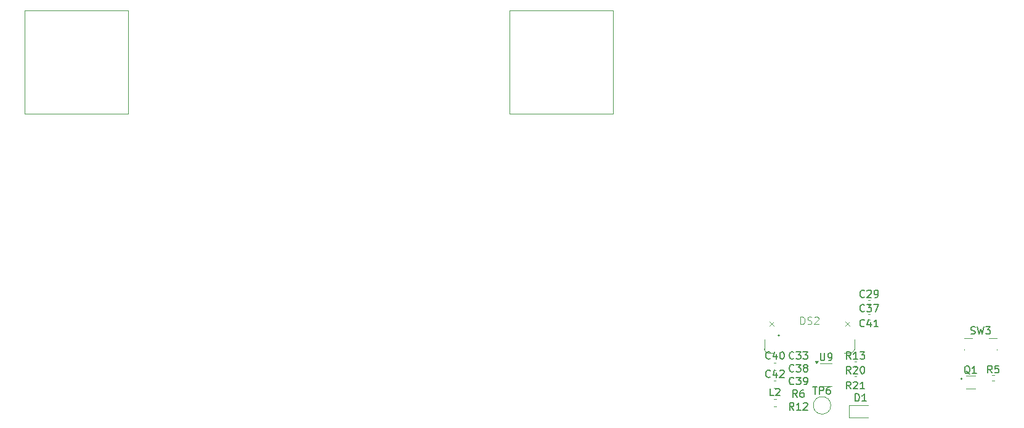
<source format=gbr>
%TF.GenerationSoftware,KiCad,Pcbnew,9.0.3*%
%TF.CreationDate,2025-07-16T09:35:22-04:00*%
%TF.ProjectId,board,626f6172-642e-46b6-9963-61645f706362,rev?*%
%TF.SameCoordinates,Original*%
%TF.FileFunction,Legend,Top*%
%TF.FilePolarity,Positive*%
%FSLAX46Y46*%
G04 Gerber Fmt 4.6, Leading zero omitted, Abs format (unit mm)*
G04 Created by KiCad (PCBNEW 9.0.3) date 2025-07-16 09:35:22*
%MOMM*%
%LPD*%
G01*
G04 APERTURE LIST*
%ADD10C,0.150000*%
%ADD11C,0.100000*%
%ADD12C,0.120000*%
%ADD13C,0.191421*%
G04 APERTURE END LIST*
D10*
X155523333Y-72484819D02*
X155190000Y-72008628D01*
X154951905Y-72484819D02*
X154951905Y-71484819D01*
X154951905Y-71484819D02*
X155332857Y-71484819D01*
X155332857Y-71484819D02*
X155428095Y-71532438D01*
X155428095Y-71532438D02*
X155475714Y-71580057D01*
X155475714Y-71580057D02*
X155523333Y-71675295D01*
X155523333Y-71675295D02*
X155523333Y-71818152D01*
X155523333Y-71818152D02*
X155475714Y-71913390D01*
X155475714Y-71913390D02*
X155428095Y-71961009D01*
X155428095Y-71961009D02*
X155332857Y-72008628D01*
X155332857Y-72008628D02*
X154951905Y-72008628D01*
X156428095Y-71484819D02*
X155951905Y-71484819D01*
X155951905Y-71484819D02*
X155904286Y-71961009D01*
X155904286Y-71961009D02*
X155951905Y-71913390D01*
X155951905Y-71913390D02*
X156047143Y-71865771D01*
X156047143Y-71865771D02*
X156285238Y-71865771D01*
X156285238Y-71865771D02*
X156380476Y-71913390D01*
X156380476Y-71913390D02*
X156428095Y-71961009D01*
X156428095Y-71961009D02*
X156475714Y-72056247D01*
X156475714Y-72056247D02*
X156475714Y-72294342D01*
X156475714Y-72294342D02*
X156428095Y-72389580D01*
X156428095Y-72389580D02*
X156380476Y-72437200D01*
X156380476Y-72437200D02*
X156285238Y-72484819D01*
X156285238Y-72484819D02*
X156047143Y-72484819D01*
X156047143Y-72484819D02*
X155951905Y-72437200D01*
X155951905Y-72437200D02*
X155904286Y-72389580D01*
X137962142Y-61989580D02*
X137914523Y-62037200D01*
X137914523Y-62037200D02*
X137771666Y-62084819D01*
X137771666Y-62084819D02*
X137676428Y-62084819D01*
X137676428Y-62084819D02*
X137533571Y-62037200D01*
X137533571Y-62037200D02*
X137438333Y-61941961D01*
X137438333Y-61941961D02*
X137390714Y-61846723D01*
X137390714Y-61846723D02*
X137343095Y-61656247D01*
X137343095Y-61656247D02*
X137343095Y-61513390D01*
X137343095Y-61513390D02*
X137390714Y-61322914D01*
X137390714Y-61322914D02*
X137438333Y-61227676D01*
X137438333Y-61227676D02*
X137533571Y-61132438D01*
X137533571Y-61132438D02*
X137676428Y-61084819D01*
X137676428Y-61084819D02*
X137771666Y-61084819D01*
X137771666Y-61084819D02*
X137914523Y-61132438D01*
X137914523Y-61132438D02*
X137962142Y-61180057D01*
X138343095Y-61180057D02*
X138390714Y-61132438D01*
X138390714Y-61132438D02*
X138485952Y-61084819D01*
X138485952Y-61084819D02*
X138724047Y-61084819D01*
X138724047Y-61084819D02*
X138819285Y-61132438D01*
X138819285Y-61132438D02*
X138866904Y-61180057D01*
X138866904Y-61180057D02*
X138914523Y-61275295D01*
X138914523Y-61275295D02*
X138914523Y-61370533D01*
X138914523Y-61370533D02*
X138866904Y-61513390D01*
X138866904Y-61513390D02*
X138295476Y-62084819D01*
X138295476Y-62084819D02*
X138914523Y-62084819D01*
X139390714Y-62084819D02*
X139581190Y-62084819D01*
X139581190Y-62084819D02*
X139676428Y-62037200D01*
X139676428Y-62037200D02*
X139724047Y-61989580D01*
X139724047Y-61989580D02*
X139819285Y-61846723D01*
X139819285Y-61846723D02*
X139866904Y-61656247D01*
X139866904Y-61656247D02*
X139866904Y-61275295D01*
X139866904Y-61275295D02*
X139819285Y-61180057D01*
X139819285Y-61180057D02*
X139771666Y-61132438D01*
X139771666Y-61132438D02*
X139676428Y-61084819D01*
X139676428Y-61084819D02*
X139485952Y-61084819D01*
X139485952Y-61084819D02*
X139390714Y-61132438D01*
X139390714Y-61132438D02*
X139343095Y-61180057D01*
X139343095Y-61180057D02*
X139295476Y-61275295D01*
X139295476Y-61275295D02*
X139295476Y-61513390D01*
X139295476Y-61513390D02*
X139343095Y-61608628D01*
X139343095Y-61608628D02*
X139390714Y-61656247D01*
X139390714Y-61656247D02*
X139485952Y-61703866D01*
X139485952Y-61703866D02*
X139676428Y-61703866D01*
X139676428Y-61703866D02*
X139771666Y-61656247D01*
X139771666Y-61656247D02*
X139819285Y-61608628D01*
X139819285Y-61608628D02*
X139866904Y-61513390D01*
X136092142Y-72574819D02*
X135758809Y-72098628D01*
X135520714Y-72574819D02*
X135520714Y-71574819D01*
X135520714Y-71574819D02*
X135901666Y-71574819D01*
X135901666Y-71574819D02*
X135996904Y-71622438D01*
X135996904Y-71622438D02*
X136044523Y-71670057D01*
X136044523Y-71670057D02*
X136092142Y-71765295D01*
X136092142Y-71765295D02*
X136092142Y-71908152D01*
X136092142Y-71908152D02*
X136044523Y-72003390D01*
X136044523Y-72003390D02*
X135996904Y-72051009D01*
X135996904Y-72051009D02*
X135901666Y-72098628D01*
X135901666Y-72098628D02*
X135520714Y-72098628D01*
X136473095Y-71670057D02*
X136520714Y-71622438D01*
X136520714Y-71622438D02*
X136615952Y-71574819D01*
X136615952Y-71574819D02*
X136854047Y-71574819D01*
X136854047Y-71574819D02*
X136949285Y-71622438D01*
X136949285Y-71622438D02*
X136996904Y-71670057D01*
X136996904Y-71670057D02*
X137044523Y-71765295D01*
X137044523Y-71765295D02*
X137044523Y-71860533D01*
X137044523Y-71860533D02*
X136996904Y-72003390D01*
X136996904Y-72003390D02*
X136425476Y-72574819D01*
X136425476Y-72574819D02*
X137044523Y-72574819D01*
X137663571Y-71574819D02*
X137758809Y-71574819D01*
X137758809Y-71574819D02*
X137854047Y-71622438D01*
X137854047Y-71622438D02*
X137901666Y-71670057D01*
X137901666Y-71670057D02*
X137949285Y-71765295D01*
X137949285Y-71765295D02*
X137996904Y-71955771D01*
X137996904Y-71955771D02*
X137996904Y-72193866D01*
X137996904Y-72193866D02*
X137949285Y-72384342D01*
X137949285Y-72384342D02*
X137901666Y-72479580D01*
X137901666Y-72479580D02*
X137854047Y-72527200D01*
X137854047Y-72527200D02*
X137758809Y-72574819D01*
X137758809Y-72574819D02*
X137663571Y-72574819D01*
X137663571Y-72574819D02*
X137568333Y-72527200D01*
X137568333Y-72527200D02*
X137520714Y-72479580D01*
X137520714Y-72479580D02*
X137473095Y-72384342D01*
X137473095Y-72384342D02*
X137425476Y-72193866D01*
X137425476Y-72193866D02*
X137425476Y-71955771D01*
X137425476Y-71955771D02*
X137473095Y-71765295D01*
X137473095Y-71765295D02*
X137520714Y-71670057D01*
X137520714Y-71670057D02*
X137568333Y-71622438D01*
X137568333Y-71622438D02*
X137663571Y-71574819D01*
X152469761Y-72630057D02*
X152374523Y-72582438D01*
X152374523Y-72582438D02*
X152279285Y-72487200D01*
X152279285Y-72487200D02*
X152136428Y-72344342D01*
X152136428Y-72344342D02*
X152041190Y-72296723D01*
X152041190Y-72296723D02*
X151945952Y-72296723D01*
X151993571Y-72534819D02*
X151898333Y-72487200D01*
X151898333Y-72487200D02*
X151803095Y-72391961D01*
X151803095Y-72391961D02*
X151755476Y-72201485D01*
X151755476Y-72201485D02*
X151755476Y-71868152D01*
X151755476Y-71868152D02*
X151803095Y-71677676D01*
X151803095Y-71677676D02*
X151898333Y-71582438D01*
X151898333Y-71582438D02*
X151993571Y-71534819D01*
X151993571Y-71534819D02*
X152184047Y-71534819D01*
X152184047Y-71534819D02*
X152279285Y-71582438D01*
X152279285Y-71582438D02*
X152374523Y-71677676D01*
X152374523Y-71677676D02*
X152422142Y-71868152D01*
X152422142Y-71868152D02*
X152422142Y-72201485D01*
X152422142Y-72201485D02*
X152374523Y-72391961D01*
X152374523Y-72391961D02*
X152279285Y-72487200D01*
X152279285Y-72487200D02*
X152184047Y-72534819D01*
X152184047Y-72534819D02*
X151993571Y-72534819D01*
X153374523Y-72534819D02*
X152803095Y-72534819D01*
X153088809Y-72534819D02*
X153088809Y-71534819D01*
X153088809Y-71534819D02*
X152993571Y-71677676D01*
X152993571Y-71677676D02*
X152898333Y-71772914D01*
X152898333Y-71772914D02*
X152803095Y-71820533D01*
X128262142Y-73989580D02*
X128214523Y-74037200D01*
X128214523Y-74037200D02*
X128071666Y-74084819D01*
X128071666Y-74084819D02*
X127976428Y-74084819D01*
X127976428Y-74084819D02*
X127833571Y-74037200D01*
X127833571Y-74037200D02*
X127738333Y-73941961D01*
X127738333Y-73941961D02*
X127690714Y-73846723D01*
X127690714Y-73846723D02*
X127643095Y-73656247D01*
X127643095Y-73656247D02*
X127643095Y-73513390D01*
X127643095Y-73513390D02*
X127690714Y-73322914D01*
X127690714Y-73322914D02*
X127738333Y-73227676D01*
X127738333Y-73227676D02*
X127833571Y-73132438D01*
X127833571Y-73132438D02*
X127976428Y-73084819D01*
X127976428Y-73084819D02*
X128071666Y-73084819D01*
X128071666Y-73084819D02*
X128214523Y-73132438D01*
X128214523Y-73132438D02*
X128262142Y-73180057D01*
X128595476Y-73084819D02*
X129214523Y-73084819D01*
X129214523Y-73084819D02*
X128881190Y-73465771D01*
X128881190Y-73465771D02*
X129024047Y-73465771D01*
X129024047Y-73465771D02*
X129119285Y-73513390D01*
X129119285Y-73513390D02*
X129166904Y-73561009D01*
X129166904Y-73561009D02*
X129214523Y-73656247D01*
X129214523Y-73656247D02*
X129214523Y-73894342D01*
X129214523Y-73894342D02*
X129166904Y-73989580D01*
X129166904Y-73989580D02*
X129119285Y-74037200D01*
X129119285Y-74037200D02*
X129024047Y-74084819D01*
X129024047Y-74084819D02*
X128738333Y-74084819D01*
X128738333Y-74084819D02*
X128643095Y-74037200D01*
X128643095Y-74037200D02*
X128595476Y-73989580D01*
X129690714Y-74084819D02*
X129881190Y-74084819D01*
X129881190Y-74084819D02*
X129976428Y-74037200D01*
X129976428Y-74037200D02*
X130024047Y-73989580D01*
X130024047Y-73989580D02*
X130119285Y-73846723D01*
X130119285Y-73846723D02*
X130166904Y-73656247D01*
X130166904Y-73656247D02*
X130166904Y-73275295D01*
X130166904Y-73275295D02*
X130119285Y-73180057D01*
X130119285Y-73180057D02*
X130071666Y-73132438D01*
X130071666Y-73132438D02*
X129976428Y-73084819D01*
X129976428Y-73084819D02*
X129785952Y-73084819D01*
X129785952Y-73084819D02*
X129690714Y-73132438D01*
X129690714Y-73132438D02*
X129643095Y-73180057D01*
X129643095Y-73180057D02*
X129595476Y-73275295D01*
X129595476Y-73275295D02*
X129595476Y-73513390D01*
X129595476Y-73513390D02*
X129643095Y-73608628D01*
X129643095Y-73608628D02*
X129690714Y-73656247D01*
X129690714Y-73656247D02*
X129785952Y-73703866D01*
X129785952Y-73703866D02*
X129976428Y-73703866D01*
X129976428Y-73703866D02*
X130071666Y-73656247D01*
X130071666Y-73656247D02*
X130119285Y-73608628D01*
X130119285Y-73608628D02*
X130166904Y-73513390D01*
X136092142Y-70584819D02*
X135758809Y-70108628D01*
X135520714Y-70584819D02*
X135520714Y-69584819D01*
X135520714Y-69584819D02*
X135901666Y-69584819D01*
X135901666Y-69584819D02*
X135996904Y-69632438D01*
X135996904Y-69632438D02*
X136044523Y-69680057D01*
X136044523Y-69680057D02*
X136092142Y-69775295D01*
X136092142Y-69775295D02*
X136092142Y-69918152D01*
X136092142Y-69918152D02*
X136044523Y-70013390D01*
X136044523Y-70013390D02*
X135996904Y-70061009D01*
X135996904Y-70061009D02*
X135901666Y-70108628D01*
X135901666Y-70108628D02*
X135520714Y-70108628D01*
X137044523Y-70584819D02*
X136473095Y-70584819D01*
X136758809Y-70584819D02*
X136758809Y-69584819D01*
X136758809Y-69584819D02*
X136663571Y-69727676D01*
X136663571Y-69727676D02*
X136568333Y-69822914D01*
X136568333Y-69822914D02*
X136473095Y-69870533D01*
X137377857Y-69584819D02*
X137996904Y-69584819D01*
X137996904Y-69584819D02*
X137663571Y-69965771D01*
X137663571Y-69965771D02*
X137806428Y-69965771D01*
X137806428Y-69965771D02*
X137901666Y-70013390D01*
X137901666Y-70013390D02*
X137949285Y-70061009D01*
X137949285Y-70061009D02*
X137996904Y-70156247D01*
X137996904Y-70156247D02*
X137996904Y-70394342D01*
X137996904Y-70394342D02*
X137949285Y-70489580D01*
X137949285Y-70489580D02*
X137901666Y-70537200D01*
X137901666Y-70537200D02*
X137806428Y-70584819D01*
X137806428Y-70584819D02*
X137520714Y-70584819D01*
X137520714Y-70584819D02*
X137425476Y-70537200D01*
X137425476Y-70537200D02*
X137377857Y-70489580D01*
X125508333Y-75604819D02*
X125032143Y-75604819D01*
X125032143Y-75604819D02*
X125032143Y-74604819D01*
X125794048Y-74700057D02*
X125841667Y-74652438D01*
X125841667Y-74652438D02*
X125936905Y-74604819D01*
X125936905Y-74604819D02*
X126175000Y-74604819D01*
X126175000Y-74604819D02*
X126270238Y-74652438D01*
X126270238Y-74652438D02*
X126317857Y-74700057D01*
X126317857Y-74700057D02*
X126365476Y-74795295D01*
X126365476Y-74795295D02*
X126365476Y-74890533D01*
X126365476Y-74890533D02*
X126317857Y-75033390D01*
X126317857Y-75033390D02*
X125746429Y-75604819D01*
X125746429Y-75604819D02*
X126365476Y-75604819D01*
X125032142Y-72999580D02*
X124984523Y-73047200D01*
X124984523Y-73047200D02*
X124841666Y-73094819D01*
X124841666Y-73094819D02*
X124746428Y-73094819D01*
X124746428Y-73094819D02*
X124603571Y-73047200D01*
X124603571Y-73047200D02*
X124508333Y-72951961D01*
X124508333Y-72951961D02*
X124460714Y-72856723D01*
X124460714Y-72856723D02*
X124413095Y-72666247D01*
X124413095Y-72666247D02*
X124413095Y-72523390D01*
X124413095Y-72523390D02*
X124460714Y-72332914D01*
X124460714Y-72332914D02*
X124508333Y-72237676D01*
X124508333Y-72237676D02*
X124603571Y-72142438D01*
X124603571Y-72142438D02*
X124746428Y-72094819D01*
X124746428Y-72094819D02*
X124841666Y-72094819D01*
X124841666Y-72094819D02*
X124984523Y-72142438D01*
X124984523Y-72142438D02*
X125032142Y-72190057D01*
X125889285Y-72428152D02*
X125889285Y-73094819D01*
X125651190Y-72047200D02*
X125413095Y-72761485D01*
X125413095Y-72761485D02*
X126032142Y-72761485D01*
X126365476Y-72190057D02*
X126413095Y-72142438D01*
X126413095Y-72142438D02*
X126508333Y-72094819D01*
X126508333Y-72094819D02*
X126746428Y-72094819D01*
X126746428Y-72094819D02*
X126841666Y-72142438D01*
X126841666Y-72142438D02*
X126889285Y-72190057D01*
X126889285Y-72190057D02*
X126936904Y-72285295D01*
X126936904Y-72285295D02*
X126936904Y-72380533D01*
X126936904Y-72380533D02*
X126889285Y-72523390D01*
X126889285Y-72523390D02*
X126317857Y-73094819D01*
X126317857Y-73094819D02*
X126936904Y-73094819D01*
X136092142Y-74684819D02*
X135758809Y-74208628D01*
X135520714Y-74684819D02*
X135520714Y-73684819D01*
X135520714Y-73684819D02*
X135901666Y-73684819D01*
X135901666Y-73684819D02*
X135996904Y-73732438D01*
X135996904Y-73732438D02*
X136044523Y-73780057D01*
X136044523Y-73780057D02*
X136092142Y-73875295D01*
X136092142Y-73875295D02*
X136092142Y-74018152D01*
X136092142Y-74018152D02*
X136044523Y-74113390D01*
X136044523Y-74113390D02*
X135996904Y-74161009D01*
X135996904Y-74161009D02*
X135901666Y-74208628D01*
X135901666Y-74208628D02*
X135520714Y-74208628D01*
X136473095Y-73780057D02*
X136520714Y-73732438D01*
X136520714Y-73732438D02*
X136615952Y-73684819D01*
X136615952Y-73684819D02*
X136854047Y-73684819D01*
X136854047Y-73684819D02*
X136949285Y-73732438D01*
X136949285Y-73732438D02*
X136996904Y-73780057D01*
X136996904Y-73780057D02*
X137044523Y-73875295D01*
X137044523Y-73875295D02*
X137044523Y-73970533D01*
X137044523Y-73970533D02*
X136996904Y-74113390D01*
X136996904Y-74113390D02*
X136425476Y-74684819D01*
X136425476Y-74684819D02*
X137044523Y-74684819D01*
X137996904Y-74684819D02*
X137425476Y-74684819D01*
X137711190Y-74684819D02*
X137711190Y-73684819D01*
X137711190Y-73684819D02*
X137615952Y-73827676D01*
X137615952Y-73827676D02*
X137520714Y-73922914D01*
X137520714Y-73922914D02*
X137425476Y-73970533D01*
X137962142Y-63959580D02*
X137914523Y-64007200D01*
X137914523Y-64007200D02*
X137771666Y-64054819D01*
X137771666Y-64054819D02*
X137676428Y-64054819D01*
X137676428Y-64054819D02*
X137533571Y-64007200D01*
X137533571Y-64007200D02*
X137438333Y-63911961D01*
X137438333Y-63911961D02*
X137390714Y-63816723D01*
X137390714Y-63816723D02*
X137343095Y-63626247D01*
X137343095Y-63626247D02*
X137343095Y-63483390D01*
X137343095Y-63483390D02*
X137390714Y-63292914D01*
X137390714Y-63292914D02*
X137438333Y-63197676D01*
X137438333Y-63197676D02*
X137533571Y-63102438D01*
X137533571Y-63102438D02*
X137676428Y-63054819D01*
X137676428Y-63054819D02*
X137771666Y-63054819D01*
X137771666Y-63054819D02*
X137914523Y-63102438D01*
X137914523Y-63102438D02*
X137962142Y-63150057D01*
X138295476Y-63054819D02*
X138914523Y-63054819D01*
X138914523Y-63054819D02*
X138581190Y-63435771D01*
X138581190Y-63435771D02*
X138724047Y-63435771D01*
X138724047Y-63435771D02*
X138819285Y-63483390D01*
X138819285Y-63483390D02*
X138866904Y-63531009D01*
X138866904Y-63531009D02*
X138914523Y-63626247D01*
X138914523Y-63626247D02*
X138914523Y-63864342D01*
X138914523Y-63864342D02*
X138866904Y-63959580D01*
X138866904Y-63959580D02*
X138819285Y-64007200D01*
X138819285Y-64007200D02*
X138724047Y-64054819D01*
X138724047Y-64054819D02*
X138438333Y-64054819D01*
X138438333Y-64054819D02*
X138343095Y-64007200D01*
X138343095Y-64007200D02*
X138295476Y-63959580D01*
X139247857Y-63054819D02*
X139914523Y-63054819D01*
X139914523Y-63054819D02*
X139485952Y-64054819D01*
X152606667Y-67087200D02*
X152749524Y-67134819D01*
X152749524Y-67134819D02*
X152987619Y-67134819D01*
X152987619Y-67134819D02*
X153082857Y-67087200D01*
X153082857Y-67087200D02*
X153130476Y-67039580D01*
X153130476Y-67039580D02*
X153178095Y-66944342D01*
X153178095Y-66944342D02*
X153178095Y-66849104D01*
X153178095Y-66849104D02*
X153130476Y-66753866D01*
X153130476Y-66753866D02*
X153082857Y-66706247D01*
X153082857Y-66706247D02*
X152987619Y-66658628D01*
X152987619Y-66658628D02*
X152797143Y-66611009D01*
X152797143Y-66611009D02*
X152701905Y-66563390D01*
X152701905Y-66563390D02*
X152654286Y-66515771D01*
X152654286Y-66515771D02*
X152606667Y-66420533D01*
X152606667Y-66420533D02*
X152606667Y-66325295D01*
X152606667Y-66325295D02*
X152654286Y-66230057D01*
X152654286Y-66230057D02*
X152701905Y-66182438D01*
X152701905Y-66182438D02*
X152797143Y-66134819D01*
X152797143Y-66134819D02*
X153035238Y-66134819D01*
X153035238Y-66134819D02*
X153178095Y-66182438D01*
X153511429Y-66134819D02*
X153749524Y-67134819D01*
X153749524Y-67134819D02*
X153940000Y-66420533D01*
X153940000Y-66420533D02*
X154130476Y-67134819D01*
X154130476Y-67134819D02*
X154368572Y-66134819D01*
X154654286Y-66134819D02*
X155273333Y-66134819D01*
X155273333Y-66134819D02*
X154940000Y-66515771D01*
X154940000Y-66515771D02*
X155082857Y-66515771D01*
X155082857Y-66515771D02*
X155178095Y-66563390D01*
X155178095Y-66563390D02*
X155225714Y-66611009D01*
X155225714Y-66611009D02*
X155273333Y-66706247D01*
X155273333Y-66706247D02*
X155273333Y-66944342D01*
X155273333Y-66944342D02*
X155225714Y-67039580D01*
X155225714Y-67039580D02*
X155178095Y-67087200D01*
X155178095Y-67087200D02*
X155082857Y-67134819D01*
X155082857Y-67134819D02*
X154797143Y-67134819D01*
X154797143Y-67134819D02*
X154701905Y-67087200D01*
X154701905Y-67087200D02*
X154654286Y-67039580D01*
X128262142Y-72239580D02*
X128214523Y-72287200D01*
X128214523Y-72287200D02*
X128071666Y-72334819D01*
X128071666Y-72334819D02*
X127976428Y-72334819D01*
X127976428Y-72334819D02*
X127833571Y-72287200D01*
X127833571Y-72287200D02*
X127738333Y-72191961D01*
X127738333Y-72191961D02*
X127690714Y-72096723D01*
X127690714Y-72096723D02*
X127643095Y-71906247D01*
X127643095Y-71906247D02*
X127643095Y-71763390D01*
X127643095Y-71763390D02*
X127690714Y-71572914D01*
X127690714Y-71572914D02*
X127738333Y-71477676D01*
X127738333Y-71477676D02*
X127833571Y-71382438D01*
X127833571Y-71382438D02*
X127976428Y-71334819D01*
X127976428Y-71334819D02*
X128071666Y-71334819D01*
X128071666Y-71334819D02*
X128214523Y-71382438D01*
X128214523Y-71382438D02*
X128262142Y-71430057D01*
X128595476Y-71334819D02*
X129214523Y-71334819D01*
X129214523Y-71334819D02*
X128881190Y-71715771D01*
X128881190Y-71715771D02*
X129024047Y-71715771D01*
X129024047Y-71715771D02*
X129119285Y-71763390D01*
X129119285Y-71763390D02*
X129166904Y-71811009D01*
X129166904Y-71811009D02*
X129214523Y-71906247D01*
X129214523Y-71906247D02*
X129214523Y-72144342D01*
X129214523Y-72144342D02*
X129166904Y-72239580D01*
X129166904Y-72239580D02*
X129119285Y-72287200D01*
X129119285Y-72287200D02*
X129024047Y-72334819D01*
X129024047Y-72334819D02*
X128738333Y-72334819D01*
X128738333Y-72334819D02*
X128643095Y-72287200D01*
X128643095Y-72287200D02*
X128595476Y-72239580D01*
X129785952Y-71763390D02*
X129690714Y-71715771D01*
X129690714Y-71715771D02*
X129643095Y-71668152D01*
X129643095Y-71668152D02*
X129595476Y-71572914D01*
X129595476Y-71572914D02*
X129595476Y-71525295D01*
X129595476Y-71525295D02*
X129643095Y-71430057D01*
X129643095Y-71430057D02*
X129690714Y-71382438D01*
X129690714Y-71382438D02*
X129785952Y-71334819D01*
X129785952Y-71334819D02*
X129976428Y-71334819D01*
X129976428Y-71334819D02*
X130071666Y-71382438D01*
X130071666Y-71382438D02*
X130119285Y-71430057D01*
X130119285Y-71430057D02*
X130166904Y-71525295D01*
X130166904Y-71525295D02*
X130166904Y-71572914D01*
X130166904Y-71572914D02*
X130119285Y-71668152D01*
X130119285Y-71668152D02*
X130071666Y-71715771D01*
X130071666Y-71715771D02*
X129976428Y-71763390D01*
X129976428Y-71763390D02*
X129785952Y-71763390D01*
X129785952Y-71763390D02*
X129690714Y-71811009D01*
X129690714Y-71811009D02*
X129643095Y-71858628D01*
X129643095Y-71858628D02*
X129595476Y-71953866D01*
X129595476Y-71953866D02*
X129595476Y-72144342D01*
X129595476Y-72144342D02*
X129643095Y-72239580D01*
X129643095Y-72239580D02*
X129690714Y-72287200D01*
X129690714Y-72287200D02*
X129785952Y-72334819D01*
X129785952Y-72334819D02*
X129976428Y-72334819D01*
X129976428Y-72334819D02*
X130071666Y-72287200D01*
X130071666Y-72287200D02*
X130119285Y-72239580D01*
X130119285Y-72239580D02*
X130166904Y-72144342D01*
X130166904Y-72144342D02*
X130166904Y-71953866D01*
X130166904Y-71953866D02*
X130119285Y-71858628D01*
X130119285Y-71858628D02*
X130071666Y-71811009D01*
X130071666Y-71811009D02*
X129976428Y-71763390D01*
X128738333Y-75834819D02*
X128405000Y-75358628D01*
X128166905Y-75834819D02*
X128166905Y-74834819D01*
X128166905Y-74834819D02*
X128547857Y-74834819D01*
X128547857Y-74834819D02*
X128643095Y-74882438D01*
X128643095Y-74882438D02*
X128690714Y-74930057D01*
X128690714Y-74930057D02*
X128738333Y-75025295D01*
X128738333Y-75025295D02*
X128738333Y-75168152D01*
X128738333Y-75168152D02*
X128690714Y-75263390D01*
X128690714Y-75263390D02*
X128643095Y-75311009D01*
X128643095Y-75311009D02*
X128547857Y-75358628D01*
X128547857Y-75358628D02*
X128166905Y-75358628D01*
X129595476Y-74834819D02*
X129405000Y-74834819D01*
X129405000Y-74834819D02*
X129309762Y-74882438D01*
X129309762Y-74882438D02*
X129262143Y-74930057D01*
X129262143Y-74930057D02*
X129166905Y-75072914D01*
X129166905Y-75072914D02*
X129119286Y-75263390D01*
X129119286Y-75263390D02*
X129119286Y-75644342D01*
X129119286Y-75644342D02*
X129166905Y-75739580D01*
X129166905Y-75739580D02*
X129214524Y-75787200D01*
X129214524Y-75787200D02*
X129309762Y-75834819D01*
X129309762Y-75834819D02*
X129500238Y-75834819D01*
X129500238Y-75834819D02*
X129595476Y-75787200D01*
X129595476Y-75787200D02*
X129643095Y-75739580D01*
X129643095Y-75739580D02*
X129690714Y-75644342D01*
X129690714Y-75644342D02*
X129690714Y-75406247D01*
X129690714Y-75406247D02*
X129643095Y-75311009D01*
X129643095Y-75311009D02*
X129595476Y-75263390D01*
X129595476Y-75263390D02*
X129500238Y-75215771D01*
X129500238Y-75215771D02*
X129309762Y-75215771D01*
X129309762Y-75215771D02*
X129214524Y-75263390D01*
X129214524Y-75263390D02*
X129166905Y-75311009D01*
X129166905Y-75311009D02*
X129119286Y-75406247D01*
X137962142Y-66039580D02*
X137914523Y-66087200D01*
X137914523Y-66087200D02*
X137771666Y-66134819D01*
X137771666Y-66134819D02*
X137676428Y-66134819D01*
X137676428Y-66134819D02*
X137533571Y-66087200D01*
X137533571Y-66087200D02*
X137438333Y-65991961D01*
X137438333Y-65991961D02*
X137390714Y-65896723D01*
X137390714Y-65896723D02*
X137343095Y-65706247D01*
X137343095Y-65706247D02*
X137343095Y-65563390D01*
X137343095Y-65563390D02*
X137390714Y-65372914D01*
X137390714Y-65372914D02*
X137438333Y-65277676D01*
X137438333Y-65277676D02*
X137533571Y-65182438D01*
X137533571Y-65182438D02*
X137676428Y-65134819D01*
X137676428Y-65134819D02*
X137771666Y-65134819D01*
X137771666Y-65134819D02*
X137914523Y-65182438D01*
X137914523Y-65182438D02*
X137962142Y-65230057D01*
X138819285Y-65468152D02*
X138819285Y-66134819D01*
X138581190Y-65087200D02*
X138343095Y-65801485D01*
X138343095Y-65801485D02*
X138962142Y-65801485D01*
X139866904Y-66134819D02*
X139295476Y-66134819D01*
X139581190Y-66134819D02*
X139581190Y-65134819D01*
X139581190Y-65134819D02*
X139485952Y-65277676D01*
X139485952Y-65277676D02*
X139390714Y-65372914D01*
X139390714Y-65372914D02*
X139295476Y-65420533D01*
D11*
X129205714Y-65762419D02*
X129205714Y-64762419D01*
X129205714Y-64762419D02*
X129443809Y-64762419D01*
X129443809Y-64762419D02*
X129586666Y-64810038D01*
X129586666Y-64810038D02*
X129681904Y-64905276D01*
X129681904Y-64905276D02*
X129729523Y-65000514D01*
X129729523Y-65000514D02*
X129777142Y-65190990D01*
X129777142Y-65190990D02*
X129777142Y-65333847D01*
X129777142Y-65333847D02*
X129729523Y-65524323D01*
X129729523Y-65524323D02*
X129681904Y-65619561D01*
X129681904Y-65619561D02*
X129586666Y-65714800D01*
X129586666Y-65714800D02*
X129443809Y-65762419D01*
X129443809Y-65762419D02*
X129205714Y-65762419D01*
X130158095Y-65714800D02*
X130300952Y-65762419D01*
X130300952Y-65762419D02*
X130539047Y-65762419D01*
X130539047Y-65762419D02*
X130634285Y-65714800D01*
X130634285Y-65714800D02*
X130681904Y-65667180D01*
X130681904Y-65667180D02*
X130729523Y-65571942D01*
X130729523Y-65571942D02*
X130729523Y-65476704D01*
X130729523Y-65476704D02*
X130681904Y-65381466D01*
X130681904Y-65381466D02*
X130634285Y-65333847D01*
X130634285Y-65333847D02*
X130539047Y-65286228D01*
X130539047Y-65286228D02*
X130348571Y-65238609D01*
X130348571Y-65238609D02*
X130253333Y-65190990D01*
X130253333Y-65190990D02*
X130205714Y-65143371D01*
X130205714Y-65143371D02*
X130158095Y-65048133D01*
X130158095Y-65048133D02*
X130158095Y-64952895D01*
X130158095Y-64952895D02*
X130205714Y-64857657D01*
X130205714Y-64857657D02*
X130253333Y-64810038D01*
X130253333Y-64810038D02*
X130348571Y-64762419D01*
X130348571Y-64762419D02*
X130586666Y-64762419D01*
X130586666Y-64762419D02*
X130729523Y-64810038D01*
X131110476Y-64857657D02*
X131158095Y-64810038D01*
X131158095Y-64810038D02*
X131253333Y-64762419D01*
X131253333Y-64762419D02*
X131491428Y-64762419D01*
X131491428Y-64762419D02*
X131586666Y-64810038D01*
X131586666Y-64810038D02*
X131634285Y-64857657D01*
X131634285Y-64857657D02*
X131681904Y-64952895D01*
X131681904Y-64952895D02*
X131681904Y-65048133D01*
X131681904Y-65048133D02*
X131634285Y-65190990D01*
X131634285Y-65190990D02*
X131062857Y-65762419D01*
X131062857Y-65762419D02*
X131681904Y-65762419D01*
D10*
X125032142Y-70489580D02*
X124984523Y-70537200D01*
X124984523Y-70537200D02*
X124841666Y-70584819D01*
X124841666Y-70584819D02*
X124746428Y-70584819D01*
X124746428Y-70584819D02*
X124603571Y-70537200D01*
X124603571Y-70537200D02*
X124508333Y-70441961D01*
X124508333Y-70441961D02*
X124460714Y-70346723D01*
X124460714Y-70346723D02*
X124413095Y-70156247D01*
X124413095Y-70156247D02*
X124413095Y-70013390D01*
X124413095Y-70013390D02*
X124460714Y-69822914D01*
X124460714Y-69822914D02*
X124508333Y-69727676D01*
X124508333Y-69727676D02*
X124603571Y-69632438D01*
X124603571Y-69632438D02*
X124746428Y-69584819D01*
X124746428Y-69584819D02*
X124841666Y-69584819D01*
X124841666Y-69584819D02*
X124984523Y-69632438D01*
X124984523Y-69632438D02*
X125032142Y-69680057D01*
X125889285Y-69918152D02*
X125889285Y-70584819D01*
X125651190Y-69537200D02*
X125413095Y-70251485D01*
X125413095Y-70251485D02*
X126032142Y-70251485D01*
X126603571Y-69584819D02*
X126698809Y-69584819D01*
X126698809Y-69584819D02*
X126794047Y-69632438D01*
X126794047Y-69632438D02*
X126841666Y-69680057D01*
X126841666Y-69680057D02*
X126889285Y-69775295D01*
X126889285Y-69775295D02*
X126936904Y-69965771D01*
X126936904Y-69965771D02*
X126936904Y-70203866D01*
X126936904Y-70203866D02*
X126889285Y-70394342D01*
X126889285Y-70394342D02*
X126841666Y-70489580D01*
X126841666Y-70489580D02*
X126794047Y-70537200D01*
X126794047Y-70537200D02*
X126698809Y-70584819D01*
X126698809Y-70584819D02*
X126603571Y-70584819D01*
X126603571Y-70584819D02*
X126508333Y-70537200D01*
X126508333Y-70537200D02*
X126460714Y-70489580D01*
X126460714Y-70489580D02*
X126413095Y-70394342D01*
X126413095Y-70394342D02*
X126365476Y-70203866D01*
X126365476Y-70203866D02*
X126365476Y-69965771D01*
X126365476Y-69965771D02*
X126413095Y-69775295D01*
X126413095Y-69775295D02*
X126460714Y-69680057D01*
X126460714Y-69680057D02*
X126508333Y-69632438D01*
X126508333Y-69632438D02*
X126603571Y-69584819D01*
X128262142Y-77584819D02*
X127928809Y-77108628D01*
X127690714Y-77584819D02*
X127690714Y-76584819D01*
X127690714Y-76584819D02*
X128071666Y-76584819D01*
X128071666Y-76584819D02*
X128166904Y-76632438D01*
X128166904Y-76632438D02*
X128214523Y-76680057D01*
X128214523Y-76680057D02*
X128262142Y-76775295D01*
X128262142Y-76775295D02*
X128262142Y-76918152D01*
X128262142Y-76918152D02*
X128214523Y-77013390D01*
X128214523Y-77013390D02*
X128166904Y-77061009D01*
X128166904Y-77061009D02*
X128071666Y-77108628D01*
X128071666Y-77108628D02*
X127690714Y-77108628D01*
X129214523Y-77584819D02*
X128643095Y-77584819D01*
X128928809Y-77584819D02*
X128928809Y-76584819D01*
X128928809Y-76584819D02*
X128833571Y-76727676D01*
X128833571Y-76727676D02*
X128738333Y-76822914D01*
X128738333Y-76822914D02*
X128643095Y-76870533D01*
X129595476Y-76680057D02*
X129643095Y-76632438D01*
X129643095Y-76632438D02*
X129738333Y-76584819D01*
X129738333Y-76584819D02*
X129976428Y-76584819D01*
X129976428Y-76584819D02*
X130071666Y-76632438D01*
X130071666Y-76632438D02*
X130119285Y-76680057D01*
X130119285Y-76680057D02*
X130166904Y-76775295D01*
X130166904Y-76775295D02*
X130166904Y-76870533D01*
X130166904Y-76870533D02*
X130119285Y-77013390D01*
X130119285Y-77013390D02*
X129547857Y-77584819D01*
X129547857Y-77584819D02*
X130166904Y-77584819D01*
X131943095Y-69759819D02*
X131943095Y-70569342D01*
X131943095Y-70569342D02*
X131990714Y-70664580D01*
X131990714Y-70664580D02*
X132038333Y-70712200D01*
X132038333Y-70712200D02*
X132133571Y-70759819D01*
X132133571Y-70759819D02*
X132324047Y-70759819D01*
X132324047Y-70759819D02*
X132419285Y-70712200D01*
X132419285Y-70712200D02*
X132466904Y-70664580D01*
X132466904Y-70664580D02*
X132514523Y-70569342D01*
X132514523Y-70569342D02*
X132514523Y-69759819D01*
X133038333Y-70759819D02*
X133228809Y-70759819D01*
X133228809Y-70759819D02*
X133324047Y-70712200D01*
X133324047Y-70712200D02*
X133371666Y-70664580D01*
X133371666Y-70664580D02*
X133466904Y-70521723D01*
X133466904Y-70521723D02*
X133514523Y-70331247D01*
X133514523Y-70331247D02*
X133514523Y-69950295D01*
X133514523Y-69950295D02*
X133466904Y-69855057D01*
X133466904Y-69855057D02*
X133419285Y-69807438D01*
X133419285Y-69807438D02*
X133324047Y-69759819D01*
X133324047Y-69759819D02*
X133133571Y-69759819D01*
X133133571Y-69759819D02*
X133038333Y-69807438D01*
X133038333Y-69807438D02*
X132990714Y-69855057D01*
X132990714Y-69855057D02*
X132943095Y-69950295D01*
X132943095Y-69950295D02*
X132943095Y-70188390D01*
X132943095Y-70188390D02*
X132990714Y-70283628D01*
X132990714Y-70283628D02*
X133038333Y-70331247D01*
X133038333Y-70331247D02*
X133133571Y-70378866D01*
X133133571Y-70378866D02*
X133324047Y-70378866D01*
X133324047Y-70378866D02*
X133419285Y-70331247D01*
X133419285Y-70331247D02*
X133466904Y-70283628D01*
X133466904Y-70283628D02*
X133514523Y-70188390D01*
X136711905Y-76354819D02*
X136711905Y-75354819D01*
X136711905Y-75354819D02*
X136950000Y-75354819D01*
X136950000Y-75354819D02*
X137092857Y-75402438D01*
X137092857Y-75402438D02*
X137188095Y-75497676D01*
X137188095Y-75497676D02*
X137235714Y-75592914D01*
X137235714Y-75592914D02*
X137283333Y-75783390D01*
X137283333Y-75783390D02*
X137283333Y-75926247D01*
X137283333Y-75926247D02*
X137235714Y-76116723D01*
X137235714Y-76116723D02*
X137188095Y-76211961D01*
X137188095Y-76211961D02*
X137092857Y-76307200D01*
X137092857Y-76307200D02*
X136950000Y-76354819D01*
X136950000Y-76354819D02*
X136711905Y-76354819D01*
X138235714Y-76354819D02*
X137664286Y-76354819D01*
X137950000Y-76354819D02*
X137950000Y-75354819D01*
X137950000Y-75354819D02*
X137854762Y-75497676D01*
X137854762Y-75497676D02*
X137759524Y-75592914D01*
X137759524Y-75592914D02*
X137664286Y-75640533D01*
X130893095Y-74406819D02*
X131464523Y-74406819D01*
X131178809Y-75406819D02*
X131178809Y-74406819D01*
X131797857Y-75406819D02*
X131797857Y-74406819D01*
X131797857Y-74406819D02*
X132178809Y-74406819D01*
X132178809Y-74406819D02*
X132274047Y-74454438D01*
X132274047Y-74454438D02*
X132321666Y-74502057D01*
X132321666Y-74502057D02*
X132369285Y-74597295D01*
X132369285Y-74597295D02*
X132369285Y-74740152D01*
X132369285Y-74740152D02*
X132321666Y-74835390D01*
X132321666Y-74835390D02*
X132274047Y-74883009D01*
X132274047Y-74883009D02*
X132178809Y-74930628D01*
X132178809Y-74930628D02*
X131797857Y-74930628D01*
X133226428Y-74406819D02*
X133035952Y-74406819D01*
X133035952Y-74406819D02*
X132940714Y-74454438D01*
X132940714Y-74454438D02*
X132893095Y-74502057D01*
X132893095Y-74502057D02*
X132797857Y-74644914D01*
X132797857Y-74644914D02*
X132750238Y-74835390D01*
X132750238Y-74835390D02*
X132750238Y-75216342D01*
X132750238Y-75216342D02*
X132797857Y-75311580D01*
X132797857Y-75311580D02*
X132845476Y-75359200D01*
X132845476Y-75359200D02*
X132940714Y-75406819D01*
X132940714Y-75406819D02*
X133131190Y-75406819D01*
X133131190Y-75406819D02*
X133226428Y-75359200D01*
X133226428Y-75359200D02*
X133274047Y-75311580D01*
X133274047Y-75311580D02*
X133321666Y-75216342D01*
X133321666Y-75216342D02*
X133321666Y-74978247D01*
X133321666Y-74978247D02*
X133274047Y-74883009D01*
X133274047Y-74883009D02*
X133226428Y-74835390D01*
X133226428Y-74835390D02*
X133131190Y-74787771D01*
X133131190Y-74787771D02*
X132940714Y-74787771D01*
X132940714Y-74787771D02*
X132845476Y-74835390D01*
X132845476Y-74835390D02*
X132797857Y-74883009D01*
X132797857Y-74883009D02*
X132750238Y-74978247D01*
X128262142Y-70489580D02*
X128214523Y-70537200D01*
X128214523Y-70537200D02*
X128071666Y-70584819D01*
X128071666Y-70584819D02*
X127976428Y-70584819D01*
X127976428Y-70584819D02*
X127833571Y-70537200D01*
X127833571Y-70537200D02*
X127738333Y-70441961D01*
X127738333Y-70441961D02*
X127690714Y-70346723D01*
X127690714Y-70346723D02*
X127643095Y-70156247D01*
X127643095Y-70156247D02*
X127643095Y-70013390D01*
X127643095Y-70013390D02*
X127690714Y-69822914D01*
X127690714Y-69822914D02*
X127738333Y-69727676D01*
X127738333Y-69727676D02*
X127833571Y-69632438D01*
X127833571Y-69632438D02*
X127976428Y-69584819D01*
X127976428Y-69584819D02*
X128071666Y-69584819D01*
X128071666Y-69584819D02*
X128214523Y-69632438D01*
X128214523Y-69632438D02*
X128262142Y-69680057D01*
X128595476Y-69584819D02*
X129214523Y-69584819D01*
X129214523Y-69584819D02*
X128881190Y-69965771D01*
X128881190Y-69965771D02*
X129024047Y-69965771D01*
X129024047Y-69965771D02*
X129119285Y-70013390D01*
X129119285Y-70013390D02*
X129166904Y-70061009D01*
X129166904Y-70061009D02*
X129214523Y-70156247D01*
X129214523Y-70156247D02*
X129214523Y-70394342D01*
X129214523Y-70394342D02*
X129166904Y-70489580D01*
X129166904Y-70489580D02*
X129119285Y-70537200D01*
X129119285Y-70537200D02*
X129024047Y-70584819D01*
X129024047Y-70584819D02*
X128738333Y-70584819D01*
X128738333Y-70584819D02*
X128643095Y-70537200D01*
X128643095Y-70537200D02*
X128595476Y-70489580D01*
X129547857Y-69584819D02*
X130166904Y-69584819D01*
X130166904Y-69584819D02*
X129833571Y-69965771D01*
X129833571Y-69965771D02*
X129976428Y-69965771D01*
X129976428Y-69965771D02*
X130071666Y-70013390D01*
X130071666Y-70013390D02*
X130119285Y-70061009D01*
X130119285Y-70061009D02*
X130166904Y-70156247D01*
X130166904Y-70156247D02*
X130166904Y-70394342D01*
X130166904Y-70394342D02*
X130119285Y-70489580D01*
X130119285Y-70489580D02*
X130071666Y-70537200D01*
X130071666Y-70537200D02*
X129976428Y-70584819D01*
X129976428Y-70584819D02*
X129690714Y-70584819D01*
X129690714Y-70584819D02*
X129595476Y-70537200D01*
X129595476Y-70537200D02*
X129547857Y-70489580D01*
D12*
%TO.C,SW1*%
X36800000Y-36800000D02*
X36800000Y-22600000D01*
X36800000Y-22600000D02*
X22600000Y-22600000D01*
X22600000Y-22600000D02*
X22600000Y-36800000D01*
X22600000Y-36800000D02*
X36800000Y-36800000D01*
%TO.C,SW2*%
X103400000Y-36800000D02*
X103400000Y-22600000D01*
X103400000Y-22600000D02*
X89200000Y-22600000D01*
X89200000Y-22600000D02*
X89200000Y-36800000D01*
X89200000Y-36800000D02*
X103400000Y-36800000D01*
%TO.C,R5*%
X155536359Y-72820000D02*
X155843641Y-72820000D01*
X155536359Y-73580000D02*
X155843641Y-73580000D01*
%TO.C,C29*%
X138497164Y-62430000D02*
X138712836Y-62430000D01*
X138497164Y-63150000D02*
X138712836Y-63150000D01*
%TO.C,R20*%
X136581359Y-72910000D02*
X136888641Y-72910000D01*
X136581359Y-73670000D02*
X136888641Y-73670000D01*
%TO.C,Q1*%
X153215000Y-72880000D02*
X151915000Y-72880000D01*
X153215000Y-74680000D02*
X151915000Y-74680000D01*
D10*
X151390000Y-73270000D02*
G75*
G02*
X151240000Y-73270000I-75000J0D01*
G01*
X151240000Y-73270000D02*
G75*
G02*
X151390000Y-73270000I75000J0D01*
G01*
D12*
%TO.C,R13*%
X136581359Y-70920000D02*
X136888641Y-70920000D01*
X136581359Y-71680000D02*
X136888641Y-71680000D01*
%TO.C,L2*%
X125512221Y-76070000D02*
X125837779Y-76070000D01*
X125512221Y-77090000D02*
X125837779Y-77090000D01*
%TO.C,C42*%
X125534420Y-73560000D02*
X125815580Y-73560000D01*
X125534420Y-74580000D02*
X125815580Y-74580000D01*
%TO.C,C37*%
X138497164Y-64400000D02*
X138712836Y-64400000D01*
X138497164Y-65120000D02*
X138712836Y-65120000D01*
%TO.C,SW3*%
X151730000Y-67720000D02*
X152830000Y-67720000D01*
X151730000Y-69240000D02*
X151730000Y-69320000D01*
X155050000Y-67720000D02*
X156150000Y-67720000D01*
X156150000Y-69240000D02*
X156150000Y-69320000D01*
D11*
%TO.C,DS2*%
X124220000Y-69205000D02*
X124220000Y-67905000D01*
X124937157Y-65422157D02*
X125502843Y-65987843D01*
X124937157Y-65987843D02*
X125502843Y-65422157D01*
X125620000Y-69705000D02*
X124720000Y-69705000D01*
X135220000Y-69705000D02*
X136120000Y-69705000D01*
X135337157Y-65422157D02*
X135902843Y-65987843D01*
X135337157Y-65987843D02*
X135902843Y-65422157D01*
X136620000Y-69205000D02*
X136620000Y-67905000D01*
X124720000Y-69705000D02*
G75*
G02*
X124220000Y-69205000I1J500001D01*
G01*
X136620000Y-69205000D02*
G75*
G02*
X136120000Y-69705000I-500000J0D01*
G01*
D13*
X126315710Y-67305000D02*
G75*
G02*
X126124290Y-67305000I-95710J0D01*
G01*
X126124290Y-67305000D02*
G75*
G02*
X126315710Y-67305000I95710J0D01*
G01*
D12*
%TO.C,C40*%
X125534420Y-71050000D02*
X125815580Y-71050000D01*
X125534420Y-72070000D02*
X125815580Y-72070000D01*
%TO.C,U9*%
X132705000Y-71145000D02*
X131905000Y-71145000D01*
X132705000Y-71145000D02*
X133505000Y-71145000D01*
X132705000Y-74265000D02*
X131905000Y-74265000D01*
X132705000Y-74265000D02*
X133505000Y-74265000D01*
X131405000Y-71195000D02*
X131165000Y-70865000D01*
X131645000Y-70865000D01*
X131405000Y-71195000D01*
G36*
X131405000Y-71195000D02*
G01*
X131165000Y-70865000D01*
X131645000Y-70865000D01*
X131405000Y-71195000D01*
G37*
%TO.C,D1*%
X135840000Y-76900000D02*
X135840000Y-78600000D01*
X135840000Y-76900000D02*
X138500000Y-76900000D01*
X135840000Y-78600000D02*
X138500000Y-78600000D01*
%TO.C,TP6*%
X133355000Y-76950000D02*
G75*
G02*
X130955000Y-76950000I-1200000J0D01*
G01*
X130955000Y-76950000D02*
G75*
G02*
X133355000Y-76950000I1200000J0D01*
G01*
%TD*%
M02*

</source>
